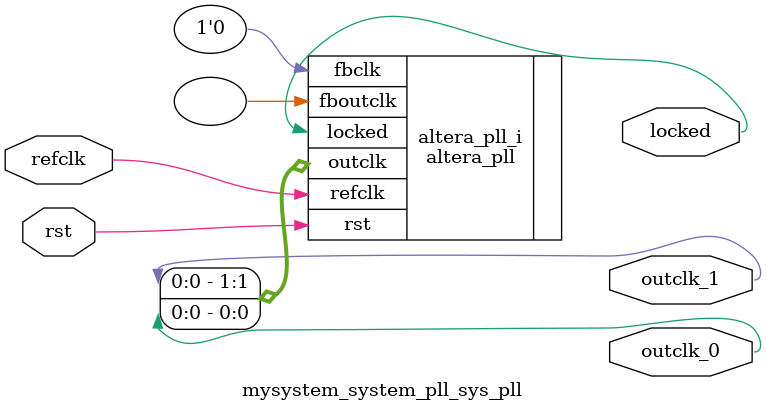
<source format=v>
`timescale 1ns/10ps
module  mysystem_system_pll_sys_pll(

	// interface 'refclk'
	input wire refclk,

	// interface 'reset'
	input wire rst,

	// interface 'outclk0'
	output wire outclk_0,

	// interface 'outclk1'
	output wire outclk_1,

	// interface 'locked'
	output wire locked
);

	altera_pll #(
		.fractional_vco_multiplier("false"),
		.reference_clock_frequency("50.0 MHz"),
		.operation_mode("direct"),
		.number_of_clocks(2),
		.output_clock_frequency0("50.000000 MHz"),
		.phase_shift0("0 ps"),
		.duty_cycle0(50),
		.output_clock_frequency1("50.000000 MHz"),
		.phase_shift1("15000 ps"),
		.duty_cycle1(50),
		.output_clock_frequency2("0 MHz"),
		.phase_shift2("0 ps"),
		.duty_cycle2(50),
		.output_clock_frequency3("0 MHz"),
		.phase_shift3("0 ps"),
		.duty_cycle3(50),
		.output_clock_frequency4("0 MHz"),
		.phase_shift4("0 ps"),
		.duty_cycle4(50),
		.output_clock_frequency5("0 MHz"),
		.phase_shift5("0 ps"),
		.duty_cycle5(50),
		.output_clock_frequency6("0 MHz"),
		.phase_shift6("0 ps"),
		.duty_cycle6(50),
		.output_clock_frequency7("0 MHz"),
		.phase_shift7("0 ps"),
		.duty_cycle7(50),
		.output_clock_frequency8("0 MHz"),
		.phase_shift8("0 ps"),
		.duty_cycle8(50),
		.output_clock_frequency9("0 MHz"),
		.phase_shift9("0 ps"),
		.duty_cycle9(50),
		.output_clock_frequency10("0 MHz"),
		.phase_shift10("0 ps"),
		.duty_cycle10(50),
		.output_clock_frequency11("0 MHz"),
		.phase_shift11("0 ps"),
		.duty_cycle11(50),
		.output_clock_frequency12("0 MHz"),
		.phase_shift12("0 ps"),
		.duty_cycle12(50),
		.output_clock_frequency13("0 MHz"),
		.phase_shift13("0 ps"),
		.duty_cycle13(50),
		.output_clock_frequency14("0 MHz"),
		.phase_shift14("0 ps"),
		.duty_cycle14(50),
		.output_clock_frequency15("0 MHz"),
		.phase_shift15("0 ps"),
		.duty_cycle15(50),
		.output_clock_frequency16("0 MHz"),
		.phase_shift16("0 ps"),
		.duty_cycle16(50),
		.output_clock_frequency17("0 MHz"),
		.phase_shift17("0 ps"),
		.duty_cycle17(50),
		.pll_type("General"),
		.pll_subtype("General")
	) altera_pll_i (
		.rst	(rst),
		.outclk	({outclk_1, outclk_0}),
		.locked	(locked),
		.fboutclk	( ),
		.fbclk	(1'b0),
		.refclk	(refclk)
	);
endmodule


</source>
